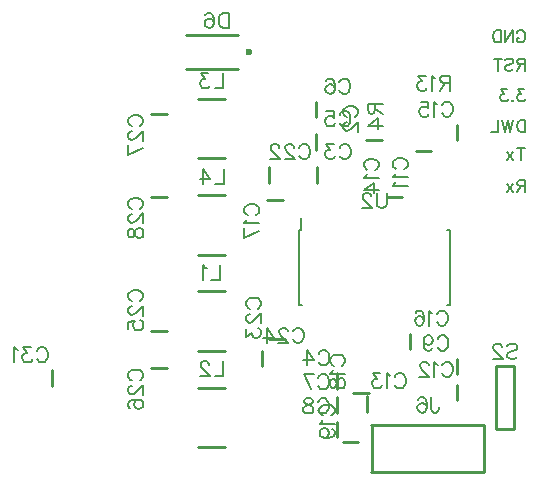
<source format=gbr>
G04 DipTrace 3.3.1.3*
G04 BottomSilk.gbr*
%MOIN*%
G04 #@! TF.FileFunction,Legend,Bot*
G04 #@! TF.Part,Single*
%ADD10C,0.009843*%
%ADD35C,0.023631*%
%ADD60C,0.005906*%
%ADD157C,0.00772*%
%ADD158C,0.006176*%
%FSLAX26Y26*%
G04*
G70*
G90*
G75*
G01*
G04 BotSilk*
%LPD*%
X1717681Y1502262D2*
D10*
X1768823D1*
X1551978Y1411946D2*
Y1360804D1*
X1621748Y673475D2*
Y724617D1*
X1551773Y1521211D2*
Y1470070D1*
Y1629786D2*
Y1578644D1*
X1621748Y593150D2*
Y644291D1*
X1621543Y512824D2*
Y563966D1*
X2020832Y722776D2*
Y773917D1*
X1934177Y1466871D2*
X1883035D1*
X2021343Y634795D2*
Y685937D1*
X1721577Y647933D2*
Y596791D1*
X1787025Y1311449D2*
X1838167D1*
X2020832Y1502303D2*
Y1553445D1*
X1863615Y856814D2*
Y805672D1*
X1439058Y1302722D2*
X1387916D1*
X1674374Y659743D2*
X1725516D1*
X1638941Y494388D2*
X1690083D1*
X1392503Y1411946D2*
Y1360804D1*
X1394167Y838917D2*
X1445308D1*
X1370504Y799382D2*
Y748240D1*
X1001146Y864467D2*
X1052287D1*
Y742462D2*
X1001146D1*
X1052287Y1588919D2*
X1001146D1*
X1052287Y1313328D2*
X1001146D1*
X670438Y683406D2*
Y734547D1*
X1288526Y1852679D2*
X1115311D1*
X1288526Y1738505D2*
X1115311D1*
D35*
X1327896Y1795586D3*
X1734675Y552242D2*
D10*
X2108741D1*
X1735388Y398192D2*
Y552488D1*
X1734675Y395984D2*
X2108741D1*
X2110363Y398192D2*
Y552488D1*
X1247179Y997594D2*
X1156648D1*
X1247179Y800742D2*
X1156648D1*
X1247179Y677481D2*
X1156648D1*
X1247179Y480629D2*
X1156648D1*
X1247179Y1637821D2*
X1156648D1*
X1247179Y1440969D2*
X1156648D1*
X1247179Y1317708D2*
X1156648D1*
X1247179Y1120856D2*
X1156648D1*
X2148764Y750117D2*
Y537617D1*
X2211262Y750117D2*
X2148764D1*
X2211262D2*
Y537617D1*
X2148764D1*
X1493540Y1201228D2*
D60*
X1500399D1*
X1493540Y951213D2*
X1503648D1*
X1995466D2*
X1985357D1*
X1995466Y1201228D2*
X1985357D1*
X1493540D2*
Y951213D1*
X1995466Y1201228D2*
Y951213D1*
X1500399Y1201228D2*
Y1243535D1*
X1652440Y1579671D2*
D157*
X1647686Y1582047D1*
X1642878Y1586856D1*
X1640501Y1591609D1*
Y1601170D1*
X1642878Y1605979D1*
X1647686Y1610732D1*
X1652440Y1613164D1*
X1659625Y1615540D1*
X1671618D1*
X1678748Y1613164D1*
X1683556Y1610732D1*
X1688310Y1605979D1*
X1690741Y1601170D1*
Y1591609D1*
X1688310Y1586855D1*
X1683556Y1582047D1*
X1678748Y1579670D1*
X1652495Y1561799D2*
X1650118D1*
X1645310Y1559423D1*
X1642933Y1557046D1*
X1640557Y1552238D1*
Y1542676D1*
X1642933Y1537923D1*
X1645310Y1535546D1*
X1650118Y1533115D1*
X1654871D1*
X1659680Y1535546D1*
X1666810Y1540300D1*
X1690741Y1564231D1*
Y1530738D1*
X1629386Y1477188D2*
X1631762Y1481941D1*
X1636571Y1486749D1*
X1641324Y1489126D1*
X1650886D1*
X1655694Y1486749D1*
X1660447Y1481941D1*
X1662879Y1477188D1*
X1665256Y1470003D1*
Y1458009D1*
X1662879Y1450879D1*
X1660447Y1446071D1*
X1655694Y1441318D1*
X1650886Y1438886D1*
X1641324D1*
X1636571Y1441318D1*
X1631762Y1446071D1*
X1629386Y1450879D1*
X1609138Y1489071D2*
X1582885D1*
X1597200Y1469947D1*
X1590015D1*
X1585262Y1467571D1*
X1582885Y1465194D1*
X1580453Y1458009D1*
Y1453256D1*
X1582885Y1446071D1*
X1587638Y1441263D1*
X1594823Y1438886D1*
X1602008D1*
X1609138Y1441263D1*
X1611515Y1443694D1*
X1613946Y1448448D1*
X1558591Y789858D2*
X1560968Y794612D1*
X1565776Y799420D1*
X1570529Y801797D1*
X1580091D1*
X1584899Y799420D1*
X1589652Y794612D1*
X1592084Y789858D1*
X1594461Y782673D1*
Y770680D1*
X1592084Y763550D1*
X1589652Y758742D1*
X1584899Y753988D1*
X1580091Y751557D1*
X1570529D1*
X1565776Y753988D1*
X1560968Y758742D1*
X1558591Y763550D1*
X1519220Y751557D2*
Y801741D1*
X1543152Y768303D1*
X1507282D1*
X1629181Y1586453D2*
X1631558Y1591206D1*
X1636366Y1596014D1*
X1641119Y1598391D1*
X1650681D1*
X1655489Y1596014D1*
X1660242Y1591206D1*
X1662674Y1586453D1*
X1665051Y1579268D1*
Y1567274D1*
X1662674Y1560145D1*
X1660242Y1555336D1*
X1655489Y1550583D1*
X1650681Y1548151D1*
X1641119D1*
X1636366Y1550583D1*
X1631558Y1555336D1*
X1629181Y1560145D1*
X1585057Y1598336D2*
X1608933D1*
X1611310Y1576836D1*
X1608933Y1579213D1*
X1601748Y1581644D1*
X1594618D1*
X1587433Y1579213D1*
X1582625Y1574459D1*
X1580248Y1567274D1*
Y1562521D1*
X1582625Y1555336D1*
X1587433Y1550528D1*
X1594618Y1548151D1*
X1601748D1*
X1608933Y1550528D1*
X1611310Y1552959D1*
X1613742Y1557713D1*
X1627965Y1695028D2*
X1630342Y1699781D1*
X1635150Y1704589D1*
X1639903Y1706966D1*
X1649465D1*
X1654273Y1704589D1*
X1659026Y1699781D1*
X1661458Y1695028D1*
X1663835Y1687843D1*
Y1675849D1*
X1661458Y1668719D1*
X1659026Y1663911D1*
X1654273Y1659158D1*
X1649465Y1656726D1*
X1639903D1*
X1635150Y1659158D1*
X1630342Y1663911D1*
X1627965Y1668719D1*
X1583841Y1699781D2*
X1586217Y1704534D1*
X1593402Y1706911D1*
X1598156D1*
X1605341Y1704534D1*
X1610149Y1697349D1*
X1612526Y1685411D1*
Y1673473D1*
X1610149Y1663911D1*
X1605341Y1659102D1*
X1598156Y1656726D1*
X1595779D1*
X1588649Y1659102D1*
X1583841Y1663911D1*
X1581464Y1671096D1*
Y1673473D1*
X1583841Y1680658D1*
X1588649Y1685411D1*
X1595779Y1687787D1*
X1598156D1*
X1605341Y1685411D1*
X1610149Y1680658D1*
X1612526Y1673473D1*
X1557403Y709533D2*
X1559779Y714286D1*
X1564588Y719095D1*
X1569341Y721471D1*
X1578903D1*
X1583711Y719095D1*
X1588464Y714286D1*
X1590896Y709533D1*
X1593273Y702348D1*
Y690354D1*
X1590896Y683225D1*
X1588464Y678416D1*
X1583711Y673663D1*
X1578903Y671231D1*
X1569341D1*
X1564588Y673663D1*
X1559779Y678416D1*
X1557403Y683225D1*
X1532402Y671231D2*
X1508470Y721416D1*
X1541963D1*
X1557170Y629207D2*
X1559547Y633961D1*
X1564355Y638769D1*
X1569109Y641146D1*
X1578670D1*
X1583479Y638769D1*
X1588232Y633961D1*
X1590664Y629207D1*
X1593040Y622022D1*
Y610029D1*
X1590664Y602899D1*
X1588232Y598091D1*
X1583479Y593338D1*
X1578670Y590906D1*
X1569109D1*
X1564355Y593338D1*
X1559547Y598091D1*
X1557170Y602899D1*
X1529793Y641090D2*
X1536923Y638714D1*
X1539355Y633961D1*
Y629152D1*
X1536923Y624399D1*
X1532169Y621967D1*
X1522608Y619591D1*
X1515423Y617214D1*
X1510670Y612405D1*
X1508293Y607652D1*
Y600467D1*
X1510670Y595714D1*
X1513046Y593282D1*
X1520231Y590906D1*
X1529793D1*
X1536923Y593282D1*
X1539355Y595714D1*
X1541731Y600467D1*
Y607652D1*
X1539355Y612405D1*
X1534546Y617214D1*
X1527416Y619591D1*
X1517855Y621967D1*
X1513046Y624399D1*
X1510670Y629152D1*
Y633961D1*
X1513046Y638714D1*
X1520231Y641090D1*
X1529793D1*
X1955298Y839159D2*
X1957675Y843912D1*
X1962483Y848721D1*
X1967237Y851097D1*
X1976798D1*
X1981607Y848721D1*
X1986360Y843912D1*
X1988792Y839159D1*
X1991168Y831974D1*
Y819980D1*
X1988792Y812851D1*
X1986360Y808042D1*
X1981607Y803289D1*
X1976798Y800857D1*
X1967237D1*
X1962483Y803289D1*
X1957675Y808042D1*
X1955298Y812851D1*
X1908742Y834350D2*
X1911174Y827165D1*
X1915927Y822357D1*
X1923112Y819980D1*
X1925489D1*
X1932674Y822357D1*
X1937427Y827165D1*
X1939859Y834350D1*
Y836727D1*
X1937427Y843912D1*
X1932674Y848665D1*
X1925489Y851042D1*
X1923112D1*
X1915927Y848665D1*
X1911174Y843912D1*
X1908742Y834350D1*
Y822357D1*
X1911174Y810419D1*
X1915927Y803234D1*
X1923112Y800857D1*
X1927866D1*
X1935051Y803234D1*
X1937427Y808042D1*
X1817794Y1405493D2*
X1813041Y1407869D1*
X1808232Y1412678D1*
X1805856Y1417431D1*
Y1426992D1*
X1808232Y1431801D1*
X1813041Y1436554D1*
X1817794Y1438986D1*
X1824979Y1441362D1*
X1836972D1*
X1844102Y1438986D1*
X1848911Y1436554D1*
X1853664Y1431801D1*
X1856096Y1426992D1*
Y1417431D1*
X1853664Y1412678D1*
X1848911Y1407869D1*
X1844102Y1405493D1*
X1815473Y1390053D2*
X1813041Y1385245D1*
X1805911Y1378060D1*
X1856096D1*
X1815473Y1362621D2*
X1813041Y1357812D1*
X1805911Y1350627D1*
X1856096D1*
X1970714Y751179D2*
X1973090Y755932D1*
X1977899Y760740D1*
X1982652Y763117D1*
X1992213D1*
X1997022Y760740D1*
X2001775Y755932D1*
X2004207Y751179D1*
X2006584Y743994D1*
Y732000D1*
X2004207Y724870D1*
X2001775Y720062D1*
X1997022Y715309D1*
X1992213Y712877D1*
X1982652D1*
X1977899Y715309D1*
X1973090Y720062D1*
X1970714Y724870D1*
X1955274Y753500D2*
X1950466Y755932D1*
X1943281Y763062D1*
Y712877D1*
X1925410Y751123D2*
Y753500D1*
X1923033Y758308D1*
X1920657Y760685D1*
X1915848Y763062D1*
X1906286D1*
X1901533Y760685D1*
X1899157Y758308D1*
X1896725Y753500D1*
Y748747D1*
X1899157Y743938D1*
X1903910Y736808D1*
X1927842Y712877D1*
X1894348D1*
X1812702Y713175D2*
X1815078Y717928D1*
X1819887Y722736D1*
X1824640Y725113D1*
X1834202D1*
X1839010Y722736D1*
X1843763Y717928D1*
X1846195Y713175D1*
X1848572Y705990D1*
Y693996D1*
X1846195Y686866D1*
X1843763Y682058D1*
X1839010Y677305D1*
X1834202Y674873D1*
X1824640D1*
X1819887Y677305D1*
X1815078Y682058D1*
X1812702Y686866D1*
X1797263Y715496D2*
X1792454Y717928D1*
X1785269Y725058D1*
Y674873D1*
X1765021Y725058D2*
X1738768D1*
X1753083Y705934D1*
X1745898D1*
X1741145Y703558D1*
X1738768Y701181D1*
X1736336Y693996D1*
Y689243D1*
X1738768Y682058D1*
X1743521Y677249D1*
X1750707Y674873D1*
X1757892D1*
X1765021Y677249D1*
X1767398Y679681D1*
X1769830Y684434D1*
X1721783Y1403761D2*
X1717030Y1406138D1*
X1712222Y1410947D1*
X1709845Y1415700D1*
Y1425261D1*
X1712222Y1430070D1*
X1717030Y1434823D1*
X1721783Y1437255D1*
X1728968Y1439631D1*
X1740962D1*
X1748092Y1437255D1*
X1752900Y1434823D1*
X1757653Y1430070D1*
X1760085Y1425261D1*
Y1415700D1*
X1757653Y1410946D1*
X1752900Y1406138D1*
X1748092Y1403761D1*
X1719462Y1388322D2*
X1717030Y1383514D1*
X1709900Y1376329D1*
X1760085D1*
Y1336958D2*
X1709900D1*
X1743339Y1360890D1*
Y1325020D1*
X1970203Y1618686D2*
X1972580Y1623440D1*
X1977388Y1628248D1*
X1982141Y1630625D1*
X1991703D1*
X1996511Y1628248D1*
X2001265Y1623440D1*
X2003696Y1618686D1*
X2006073Y1611501D1*
Y1599508D1*
X2003696Y1592378D1*
X2001265Y1587570D1*
X1996511Y1582817D1*
X1991703Y1580385D1*
X1982141D1*
X1977388Y1582817D1*
X1972580Y1587570D1*
X1970203Y1592378D1*
X1954764Y1621008D2*
X1949955Y1623440D1*
X1942770Y1630569D1*
Y1580385D1*
X1898646Y1630569D2*
X1922523D1*
X1924899Y1609070D1*
X1922523Y1611446D1*
X1915338Y1613878D1*
X1908208D1*
X1901023Y1611446D1*
X1896214Y1606693D1*
X1893838Y1599508D1*
Y1594755D1*
X1896214Y1587570D1*
X1901023Y1582761D1*
X1908208Y1580385D1*
X1915338D1*
X1922523Y1582761D1*
X1924899Y1585193D1*
X1927331Y1589946D1*
X1953524Y922055D2*
X1955900Y926808D1*
X1960709Y931617D1*
X1965462Y933993D1*
X1975024D1*
X1979832Y931617D1*
X1984585Y926808D1*
X1987017Y922055D1*
X1989394Y914870D1*
Y902877D1*
X1987017Y895747D1*
X1984585Y890938D1*
X1979832Y886185D1*
X1975024Y883753D1*
X1965462D1*
X1960709Y886185D1*
X1955900Y890938D1*
X1953524Y895747D1*
X1938085Y924377D2*
X1933276Y926808D1*
X1926091Y933938D1*
Y883753D1*
X1881967Y926808D2*
X1884344Y931562D1*
X1891529Y933938D1*
X1896282D1*
X1903467Y931562D1*
X1908275Y924377D1*
X1910652Y912438D1*
Y900500D1*
X1908275Y890938D1*
X1903467Y886130D1*
X1896282Y883753D1*
X1893905D1*
X1886775Y886130D1*
X1881967Y890938D1*
X1879590Y898123D1*
Y900500D1*
X1881967Y907685D1*
X1886775Y912438D1*
X1893905Y914815D1*
X1896282D1*
X1903467Y912438D1*
X1908275Y907685D1*
X1910652Y900500D1*
X1322675Y1252093D2*
X1317921Y1254469D1*
X1313113Y1259278D1*
X1310736Y1264031D1*
Y1273593D1*
X1313113Y1278401D1*
X1317921Y1283154D1*
X1322675Y1285586D1*
X1329860Y1287963D1*
X1341853D1*
X1348983Y1285586D1*
X1353791Y1283154D1*
X1358544Y1278401D1*
X1360976Y1273593D1*
Y1264031D1*
X1358544Y1259278D1*
X1353791Y1254469D1*
X1348983Y1252093D1*
X1320353Y1236654D2*
X1317921Y1231845D1*
X1310792Y1224660D1*
X1360976D1*
Y1199659D2*
X1310792Y1175728D1*
Y1209221D1*
X1609133Y750840D2*
X1604379Y753216D1*
X1599571Y758025D1*
X1597194Y762778D1*
Y772339D1*
X1599571Y777148D1*
X1604379Y781901D1*
X1609133Y784333D1*
X1616318Y786709D1*
X1628311D1*
X1635441Y784333D1*
X1640249Y781901D1*
X1645002Y777148D1*
X1647434Y772339D1*
Y762778D1*
X1645002Y758025D1*
X1640249Y753216D1*
X1635441Y750840D1*
X1606811Y735400D2*
X1604379Y730592D1*
X1597250Y723407D1*
X1647434D1*
X1597250Y696029D2*
X1599626Y703159D1*
X1604379Y705591D1*
X1609188D1*
X1613941Y703159D1*
X1616373Y698406D1*
X1618749Y688844D1*
X1621126Y681659D1*
X1625934Y676906D1*
X1630688Y674530D1*
X1637873D1*
X1642626Y676906D1*
X1645058Y679283D1*
X1647434Y686468D1*
Y696029D1*
X1645058Y703159D1*
X1642626Y705591D1*
X1637873Y707968D1*
X1630688D1*
X1625934Y705591D1*
X1621126Y700783D1*
X1618749Y693653D1*
X1616373Y684091D1*
X1613941Y679283D1*
X1609188Y676906D1*
X1604379D1*
X1599626Y679283D1*
X1597250Y686468D1*
Y696029D1*
X1573699Y584325D2*
X1568946Y586701D1*
X1564138Y591510D1*
X1561761Y596263D1*
Y605824D1*
X1564138Y610633D1*
X1568946Y615386D1*
X1573699Y617818D1*
X1580884Y620194D1*
X1592878D1*
X1600008Y617818D1*
X1604816Y615386D1*
X1609569Y610633D1*
X1612001Y605824D1*
Y596263D1*
X1609569Y591510D1*
X1604816Y586701D1*
X1600008Y584325D1*
X1571378Y568885D2*
X1568946Y564077D1*
X1561817Y556892D1*
X1612001D1*
X1578508Y510336D2*
X1585693Y512768D1*
X1590501Y517521D1*
X1592878Y524706D1*
Y527083D1*
X1590501Y534268D1*
X1585693Y539021D1*
X1578508Y541453D1*
X1576131D1*
X1568946Y539021D1*
X1564193Y534268D1*
X1561816Y527083D1*
Y524706D1*
X1564193Y517521D1*
X1568946Y512768D1*
X1578508Y510336D1*
X1590501D1*
X1602440Y512768D1*
X1609625Y517521D1*
X1612001Y524706D1*
Y529459D1*
X1609625Y536644D1*
X1604816Y539021D1*
X1494377Y1477188D2*
X1496753Y1481941D1*
X1501562Y1486749D1*
X1506315Y1489126D1*
X1515877D1*
X1520685Y1486749D1*
X1525438Y1481941D1*
X1527870Y1477188D1*
X1530247Y1470003D1*
Y1458009D1*
X1527870Y1450879D1*
X1525438Y1446071D1*
X1520685Y1441318D1*
X1515877Y1438886D1*
X1506315D1*
X1501562Y1441318D1*
X1496753Y1446071D1*
X1494377Y1450879D1*
X1476506Y1477132D2*
Y1479509D1*
X1474129Y1484318D1*
X1471753Y1486694D1*
X1466944Y1489071D1*
X1457383D1*
X1452629Y1486694D1*
X1450253Y1484318D1*
X1447821Y1479509D1*
Y1474756D1*
X1450253Y1469947D1*
X1455006Y1462818D1*
X1478938Y1438886D1*
X1445444D1*
X1427573Y1477132D2*
Y1479509D1*
X1425197Y1484318D1*
X1422820Y1486694D1*
X1418012Y1489071D1*
X1408450D1*
X1403697Y1486694D1*
X1401320Y1484318D1*
X1398888Y1479509D1*
Y1474756D1*
X1401320Y1469947D1*
X1406073Y1462818D1*
X1430005Y1438886D1*
X1396512D1*
X1328925Y940792D2*
X1324172Y943168D1*
X1319364Y947977D1*
X1316987Y952730D1*
Y962291D1*
X1319364Y967100D1*
X1324172Y971853D1*
X1328925Y974285D1*
X1336110Y976662D1*
X1348104D1*
X1355233Y974285D1*
X1360042Y971853D1*
X1364795Y967100D1*
X1367227Y962291D1*
Y952730D1*
X1364795Y947977D1*
X1360042Y943168D1*
X1355233Y940792D1*
X1328980Y922921D2*
X1326604D1*
X1321795Y920544D1*
X1319419Y918167D1*
X1317042Y913359D1*
Y903797D1*
X1319419Y899044D1*
X1321795Y896668D1*
X1326604Y894236D1*
X1331357D1*
X1336165Y896668D1*
X1343295Y901421D1*
X1367227Y925352D1*
Y891859D1*
X1317042Y871611D2*
Y845358D1*
X1336165Y859673D1*
Y852488D1*
X1338542Y847735D1*
X1340919Y845358D1*
X1348104Y842927D1*
X1352857D1*
X1360042Y845358D1*
X1364850Y850112D1*
X1367227Y857297D1*
Y864482D1*
X1364850Y871611D1*
X1362419Y873988D1*
X1357665Y876420D1*
X1473566Y864623D2*
X1475943Y869377D1*
X1480752Y874185D1*
X1485505Y876562D1*
X1495066D1*
X1499875Y874185D1*
X1504628Y869377D1*
X1507060Y864623D1*
X1509436Y857438D1*
Y845445D1*
X1507060Y838315D1*
X1504628Y833507D1*
X1499875Y828754D1*
X1495066Y826322D1*
X1485505D1*
X1480752Y828754D1*
X1475943Y833507D1*
X1473566Y838315D1*
X1455695Y864568D2*
Y866945D1*
X1453319Y871753D1*
X1450942Y874130D1*
X1446134Y876506D1*
X1436572D1*
X1431819Y874130D1*
X1429442Y871753D1*
X1427010Y866945D1*
Y862192D1*
X1429442Y857383D1*
X1434196Y850253D1*
X1458127Y826322D1*
X1424634D1*
X1385263D2*
Y876506D1*
X1409195Y843068D1*
X1373325D1*
X935904Y966341D2*
X931151Y968718D1*
X926343Y973527D1*
X923966Y978280D1*
Y987841D1*
X926343Y992650D1*
X931151Y997403D1*
X935904Y999835D1*
X943089Y1002211D1*
X955083D1*
X962212Y999835D1*
X967021Y997403D1*
X971774Y992650D1*
X974206Y987841D1*
Y978280D1*
X971774Y973526D1*
X967021Y968718D1*
X962212Y966341D1*
X935959Y948470D2*
X933583D1*
X928774Y946094D1*
X926398Y943717D1*
X924021Y938909D1*
Y929347D1*
X926398Y924594D1*
X928774Y922217D1*
X933583Y919786D1*
X938336D1*
X943144Y922217D1*
X950274Y926971D1*
X974206Y950902D1*
Y917409D1*
X924021Y873285D2*
Y897161D1*
X945521Y899538D1*
X943144Y897161D1*
X940713Y889976D1*
Y882846D1*
X943144Y875661D1*
X947898Y870853D1*
X955083Y868476D1*
X959836D1*
X967021Y870853D1*
X971829Y875661D1*
X974206Y882846D1*
Y889976D1*
X971829Y897161D1*
X969398Y899538D1*
X964644Y901970D1*
X935904Y701367D2*
X931151Y703744D1*
X926343Y708552D1*
X923966Y713305D1*
Y722867D1*
X926343Y727675D1*
X931151Y732428D1*
X935904Y734860D1*
X943089Y737237D1*
X955083D1*
X962212Y734860D1*
X967021Y732428D1*
X971774Y727675D1*
X974206Y722867D1*
Y713305D1*
X971774Y708552D1*
X967021Y703744D1*
X962212Y701367D1*
X935959Y683496D2*
X933583D1*
X928774Y681119D1*
X926398Y678743D1*
X924021Y673934D1*
Y664373D1*
X926398Y659620D1*
X928774Y657243D1*
X933583Y654811D1*
X938336D1*
X943144Y657243D1*
X950274Y661996D1*
X974206Y685928D1*
Y652434D1*
X931151Y608310D2*
X926398Y610687D1*
X924021Y617872D1*
Y622625D1*
X926398Y629810D1*
X933583Y634619D1*
X945521Y636995D1*
X957459D1*
X967021Y634619D1*
X971829Y629810D1*
X974206Y622625D1*
Y620249D1*
X971829Y613119D1*
X967021Y608310D1*
X959836Y605934D1*
X957459D1*
X950274Y608310D1*
X945521Y613119D1*
X943144Y620249D1*
Y622625D1*
X945521Y629810D1*
X950274Y634619D1*
X957459Y636995D1*
X935904Y1549040D2*
X931151Y1551416D1*
X926343Y1556225D1*
X923966Y1560978D1*
Y1570539D1*
X926343Y1575348D1*
X931151Y1580101D1*
X935904Y1582533D1*
X943089Y1584910D1*
X955083D1*
X962212Y1582533D1*
X967021Y1580101D1*
X971774Y1575348D1*
X974206Y1570539D1*
Y1560978D1*
X971774Y1556225D1*
X967021Y1551416D1*
X962212Y1549040D1*
X935959Y1531169D2*
X933583D1*
X928774Y1528792D1*
X926398Y1526415D1*
X924021Y1521607D1*
Y1512045D1*
X926398Y1507292D1*
X928774Y1504916D1*
X933583Y1502484D1*
X938336D1*
X943144Y1504916D1*
X950274Y1509669D1*
X974206Y1533600D1*
Y1500107D1*
Y1475106D2*
X924021Y1451175D1*
Y1484668D1*
X935904Y1273421D2*
X931151Y1275798D1*
X926343Y1280607D1*
X923966Y1285360D1*
Y1294921D1*
X926343Y1299730D1*
X931151Y1304483D1*
X935904Y1306915D1*
X943089Y1309291D1*
X955083D1*
X962212Y1306915D1*
X967021Y1304483D1*
X971774Y1299730D1*
X974206Y1294921D1*
Y1285360D1*
X971774Y1280606D1*
X967021Y1275798D1*
X962212Y1273421D1*
X935959Y1255550D2*
X933583D1*
X928774Y1253174D1*
X926398Y1250797D1*
X924021Y1245989D1*
Y1236427D1*
X926398Y1231674D1*
X928774Y1229297D1*
X933583Y1226866D1*
X938336D1*
X943144Y1229297D1*
X950274Y1234051D1*
X974206Y1257982D1*
Y1224489D1*
X924021Y1197111D2*
X926398Y1204241D1*
X931151Y1206673D1*
X935959D1*
X940713Y1204241D1*
X943144Y1199488D1*
X945521Y1189926D1*
X947898Y1182741D1*
X952706Y1177988D1*
X957459Y1175612D1*
X964644D1*
X969397Y1177988D1*
X971829Y1180365D1*
X974206Y1187550D1*
Y1197111D1*
X971829Y1204241D1*
X969398Y1206673D1*
X964644Y1209050D1*
X957459D1*
X952706Y1206673D1*
X947898Y1201865D1*
X945521Y1194735D1*
X943144Y1185173D1*
X940713Y1180365D1*
X935959Y1177988D1*
X931151D1*
X926398Y1180365D1*
X924021Y1187550D1*
Y1197111D1*
X619809Y799789D2*
X622186Y804542D1*
X626994Y809350D1*
X631748Y811727D1*
X641309D1*
X646118Y809350D1*
X650871Y804542D1*
X653303Y799789D1*
X655679Y792604D1*
Y780610D1*
X653303Y773480D1*
X650871Y768672D1*
X646118Y763919D1*
X641309Y761487D1*
X631748D1*
X626994Y763919D1*
X622186Y768672D1*
X619809Y773480D1*
X599562Y811672D2*
X573309D1*
X587623Y792548D1*
X580438D1*
X575685Y790172D1*
X573309Y787795D1*
X570877Y780610D1*
Y775857D1*
X573309Y768672D1*
X578062Y763864D1*
X585247Y761487D1*
X592432D1*
X599562Y763864D1*
X601938Y766295D1*
X604370Y771049D1*
X555438Y802110D2*
X550629Y804542D1*
X543444Y811672D1*
Y761487D1*
X1258647Y1925902D2*
Y1875662D1*
X1241900D1*
X1234715Y1878094D1*
X1229906Y1882847D1*
X1227530Y1887656D1*
X1225153Y1894785D1*
Y1906779D1*
X1227530Y1913964D1*
X1229906Y1918717D1*
X1234715Y1923526D1*
X1241900Y1925902D1*
X1258647D1*
X1181029Y1918717D2*
X1183406Y1923470D1*
X1190591Y1925847D1*
X1195344D1*
X1202529Y1923470D1*
X1207337Y1916285D1*
X1209714Y1904347D1*
Y1892409D1*
X1207337Y1882847D1*
X1202529Y1878039D1*
X1195344Y1875662D1*
X1192967D1*
X1185838Y1878039D1*
X1181029Y1882847D1*
X1178653Y1890032D1*
Y1892409D1*
X1181029Y1899594D1*
X1185838Y1904347D1*
X1192967Y1906724D1*
X1195344D1*
X1202529Y1904347D1*
X1207337Y1899594D1*
X1209714Y1892409D1*
X1934655Y644404D2*
Y606158D1*
X1937031Y598973D1*
X1939463Y596596D1*
X1944216Y594164D1*
X1949025D1*
X1953778Y596596D1*
X1956154Y598973D1*
X1958586Y606158D1*
Y610911D1*
X1890530Y637219D2*
X1892907Y641972D1*
X1900092Y644349D1*
X1904845D1*
X1912030Y641972D1*
X1916839Y634787D1*
X1919215Y622849D1*
Y610911D1*
X1916839Y601349D1*
X1912030Y596541D1*
X1904845Y594164D1*
X1902469D1*
X1895339Y596541D1*
X1890530Y601349D1*
X1888154Y608534D1*
Y610911D1*
X1890530Y618096D1*
X1895339Y622849D1*
X1902469Y625226D1*
X1904845D1*
X1912030Y622849D1*
X1916839Y618096D1*
X1919215Y610911D1*
X1229972Y1084596D2*
Y1034356D1*
X1201287D1*
X1185848Y1074979D2*
X1181040Y1077411D1*
X1173855Y1084541D1*
Y1034356D1*
X1240722Y764483D2*
Y714243D1*
X1212037D1*
X1194166Y752489D2*
Y754866D1*
X1191790Y759674D1*
X1189413Y762051D1*
X1184604Y764428D1*
X1175043D1*
X1170290Y762051D1*
X1167913Y759674D1*
X1165481Y754866D1*
Y750113D1*
X1167913Y745304D1*
X1172666Y738175D1*
X1196598Y714243D1*
X1163105D1*
X1240722Y1724823D2*
Y1674583D1*
X1212037D1*
X1191790Y1724768D2*
X1165537D1*
X1179851Y1705644D1*
X1172666D1*
X1167913Y1703268D1*
X1165537Y1700891D1*
X1163105Y1693706D1*
Y1688953D1*
X1165537Y1681768D1*
X1170290Y1676959D1*
X1177475Y1674583D1*
X1184660D1*
X1191790Y1676959D1*
X1194166Y1679391D1*
X1196598Y1684144D1*
X1241910Y1404710D2*
Y1354470D1*
X1213226D1*
X1173855D2*
Y1404655D1*
X1197786Y1371217D1*
X1161916D1*
X1747110Y1623425D2*
Y1601925D1*
X1744678Y1594740D1*
X1742302Y1592308D1*
X1737549Y1589932D1*
X1732740D1*
X1727987Y1592308D1*
X1725555Y1594740D1*
X1723179Y1601925D1*
Y1623425D1*
X1773419D1*
X1747110Y1606678D2*
X1773419Y1589932D1*
Y1550561D2*
X1723234D1*
X1756672Y1574492D1*
Y1538622D1*
X1997000Y1693307D2*
X1975500D1*
X1968315Y1695739D1*
X1965883Y1698116D1*
X1963507Y1702869D1*
Y1707677D1*
X1965883Y1712430D1*
X1968315Y1714862D1*
X1975500Y1717239D1*
X1997000D1*
Y1666999D1*
X1980254Y1693307D2*
X1963507Y1666999D1*
X1948068Y1707622D2*
X1943259Y1710054D1*
X1936074Y1717184D1*
Y1666999D1*
X1915826Y1717184D2*
X1889573D1*
X1903888Y1698060D1*
X1896703D1*
X1891950Y1695684D1*
X1889573Y1693307D1*
X1887142Y1686122D1*
Y1681369D1*
X1889573Y1674184D1*
X1894327Y1669375D1*
X1901512Y1666999D1*
X1908697D1*
X1915826Y1669375D1*
X1918203Y1671807D1*
X1920635Y1676560D1*
X2187979Y816155D2*
X2192733Y820964D1*
X2199918Y823341D1*
X2209479D1*
X2216664Y820964D1*
X2221473Y816155D1*
Y811402D1*
X2219041Y806594D1*
X2216664Y804217D1*
X2211911Y801841D1*
X2197541Y797032D1*
X2192733Y794656D1*
X2190356Y792224D1*
X2187979Y787471D1*
Y780286D1*
X2192733Y775532D1*
X2199918Y773101D1*
X2209479D1*
X2216664Y775532D1*
X2221473Y780286D1*
X2170108Y811347D2*
Y813724D1*
X2167732Y818532D1*
X2165355Y820909D1*
X2160547Y823285D1*
X2150985D1*
X2146232Y820909D1*
X2143855Y818532D1*
X2141423Y813724D1*
Y808970D1*
X2143855Y804162D1*
X2148609Y797032D1*
X2172540Y773101D1*
X2139047D1*
X1785716Y1326609D2*
Y1290739D1*
X1783339Y1283554D1*
X1778531Y1278801D1*
X1771346Y1276369D1*
X1766592D1*
X1759407Y1278801D1*
X1754599Y1283554D1*
X1752222Y1290739D1*
Y1326609D1*
X1734351Y1314615D2*
Y1316992D1*
X1731975Y1321800D1*
X1729598Y1324177D1*
X1724790Y1326554D1*
X1715228D1*
X1710475Y1324177D1*
X1708098Y1321800D1*
X1705666Y1316992D1*
Y1312239D1*
X1708098Y1307430D1*
X1712851Y1300301D1*
X1736783Y1276369D1*
X1703290D1*
X2218488Y1858932D2*
D158*
X2220389Y1862735D1*
X2224236Y1866582D1*
X2228038Y1868483D1*
X2235687D1*
X2239534Y1866582D1*
X2243337Y1862735D1*
X2245282Y1858932D1*
X2247184Y1853184D1*
Y1843590D1*
X2245282Y1837886D1*
X2243337Y1834039D1*
X2239534Y1830236D1*
X2235687Y1828291D1*
X2228038D1*
X2224236Y1830236D1*
X2220389Y1834039D1*
X2218488Y1837886D1*
Y1843590D1*
X2228038D1*
X2179342Y1868483D2*
Y1828291D1*
X2206136Y1868483D1*
Y1828291D1*
X2166990Y1868483D2*
Y1828291D1*
X2153593D1*
X2147845Y1830236D1*
X2143998Y1834039D1*
X2142097Y1837886D1*
X2140195Y1843590D1*
Y1853184D1*
X2142097Y1858932D1*
X2143998Y1862735D1*
X2147845Y1866582D1*
X2153593Y1868483D1*
X2166990D1*
X2247183Y1755004D2*
X2229983D1*
X2224235Y1756950D1*
X2222289Y1758851D1*
X2220388Y1762654D1*
Y1766500D1*
X2222289Y1770303D1*
X2224235Y1772248D1*
X2229983Y1774150D1*
X2247183D1*
Y1733958D1*
X2233785Y1755004D2*
X2220388Y1733958D1*
X2181242Y1768402D2*
X2185044Y1772248D1*
X2190792Y1774150D1*
X2198442D1*
X2204190Y1772248D1*
X2208036Y1768402D1*
Y1764599D1*
X2206091Y1760752D1*
X2204190Y1758851D1*
X2200387Y1756950D1*
X2188891Y1753103D1*
X2185044Y1751202D1*
X2183143Y1749256D1*
X2181242Y1745454D1*
Y1739706D1*
X2185044Y1735903D1*
X2190792Y1733958D1*
X2198442D1*
X2204190Y1735903D1*
X2208036Y1739706D1*
X2155493Y1774150D2*
Y1733958D1*
X2168890Y1774150D2*
X2142096D1*
X2243337Y1671588D2*
X2222334D1*
X2233786Y1656290D1*
X2228038D1*
X2224236Y1654388D1*
X2222334Y1652487D1*
X2220389Y1646739D1*
Y1642937D1*
X2222334Y1637189D1*
X2226137Y1633342D1*
X2231885Y1631441D1*
X2237633D1*
X2243337Y1633342D1*
X2245238Y1635287D1*
X2247183Y1639090D1*
X2206136Y1635287D2*
X2208037Y1633342D1*
X2206136Y1631441D1*
X2204191Y1633342D1*
X2206136Y1635287D1*
X2187992Y1671588D2*
X2166990D1*
X2178442Y1656290D1*
X2172694D1*
X2168891Y1654388D1*
X2166990Y1652487D1*
X2165045Y1646739D1*
Y1642937D1*
X2166990Y1637189D1*
X2170793Y1633342D1*
X2176541Y1631441D1*
X2182289D1*
X2187992Y1633342D1*
X2189894Y1635287D1*
X2191839Y1639090D1*
X2247184Y1569270D2*
Y1529078D1*
X2233786D1*
X2228038Y1531024D1*
X2224191Y1534826D1*
X2222290Y1538673D1*
X2220389Y1544377D1*
Y1553972D1*
X2222290Y1559720D1*
X2224191Y1563522D1*
X2228038Y1567369D1*
X2233786Y1569270D1*
X2247184D1*
X2208037D2*
X2198443Y1529078D1*
X2188892Y1569270D1*
X2179342Y1529078D1*
X2169747Y1569270D1*
X2157395D2*
Y1529078D1*
X2134447D1*
X2233786Y1474782D2*
Y1434590D1*
X2247183Y1474782D2*
X2220389D1*
X2208037Y1461385D2*
X2186991Y1434590D1*
Y1461385D2*
X2208037Y1434590D1*
X2247183Y1349338D2*
X2229984D1*
X2224236Y1351283D1*
X2222290Y1353184D1*
X2220389Y1356987D1*
Y1360834D1*
X2222290Y1364636D1*
X2224236Y1366582D1*
X2229984Y1368483D1*
X2247183D1*
Y1328291D1*
X2233786Y1349338D2*
X2220389Y1328291D1*
X2208037Y1355086D2*
X2186991Y1328291D1*
Y1355086D2*
X2208037Y1328291D1*
M02*

</source>
